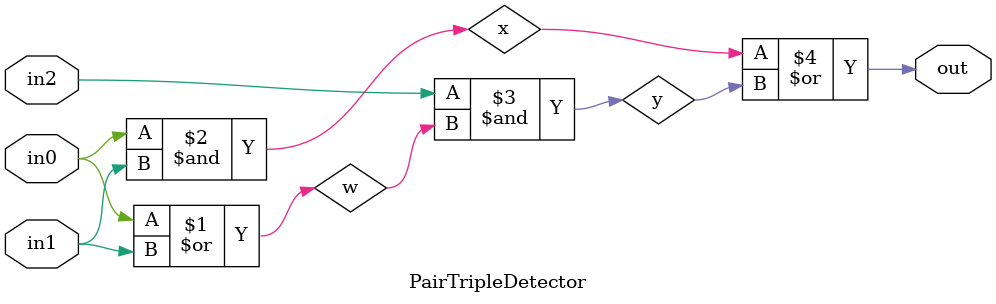
<source format=v>

module PairTripleDetector
(
  input  wire in0,
  input  wire in1,
  input  wire in2,
  output wire out
);

  // '''''''''''''''''''''''''''''''''''''''''''''''''''''''''''''''''''''
  // Discussion Section Task
  // '''''''''''''''''''''''''''''''''''''''''''''''''''''''''''''''''''''
  // Implement a pair/triple detector using explicit gate-level modeling.

  wire w, y, x;

  assign w = in0 | in1;
  assign x = in0 & in1;
  assign y = in2 & w;
  assign out = x | y;

endmodule


</source>
